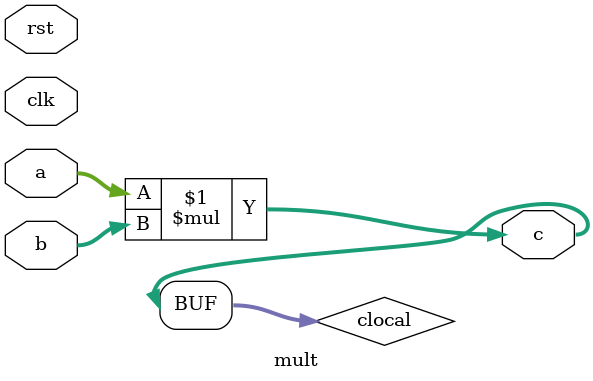
<source format=v>
`timescale 1ns / 1ps

module mult
#(
	parameter N=128,
	parameter CC=1
)
( 
	clk,
	rst,
	a,
	b,
	c
);
	input  clk;
	input  rst;
	input  [N-1:0] a;
	input  [N/CC-1:0] b;
	output [2*N-1:0] c;
	
	reg [2*N-1:0] sreg;
	wire [2*N-1:0] swire;

	wire [N+N/CC-1:0] clocal;

	assign clocal = a*b;



	generate
	if(CC>1)
		assign swire  = sreg + {clocal,{(N-N/CC){1'b0}}};
	endgenerate

	generate
	if(CC>1)
		always@(posedge clk or posedge rst)
		begin
			if(rst)
			begin
				sreg <= 'b0;
			end
			else
			begin
				sreg <= {{N/CC{1'b0}},swire[2*N-1:N/CC]};     
			end
		end
	endgenerate

	generate 
	if(CC>1)
		assign c = swire;
	else
		assign c = clocal;
	endgenerate
endmodule
</source>
